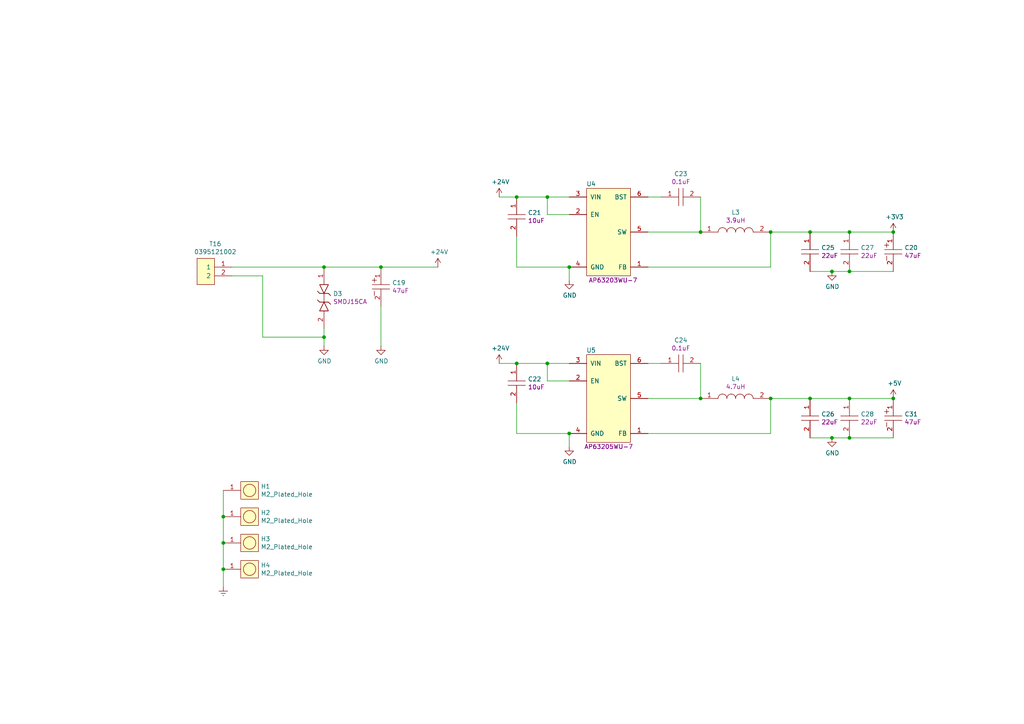
<source format=kicad_sch>
(kicad_sch (version 20230121) (generator eeschema)
  (paper "A4")
  (lib_symbols
    (symbol "AVR-KiCAD-Lib-Capacitors:C0805C104M5RACTU" (pin_names (offset 1.016))
      (property "Reference" "C" (at -2.54 2.54 0))
      (property "_Value_" "0.1uF" (at 58.42 63.5 0))
      (symbol "C0805C104M5RACTU_1_1"
        (polyline (pts (xy 0 2.54) (xy 0 -2.54)))
        (polyline (pts (xy 1.27 2.54) (xy 1.27 -2.54)))
        (pin input line (at -5.08 0 0) (length 5.08) (name "~") (number "1"))
        (pin input line (at 6.35 0 180) (length 5.08) (name "~") (number "2"))
      )
    )
    (symbol "AVR-KiCAD-Lib-Capacitors:C2012X7R2A104K125AA" (pin_names (offset 1.016))
      (property "Reference" "C" (at -2.54 2.54 0))
      (property "_Value_" "0.1uF" (at 58.42 63.5 0))
      (symbol "C2012X7R2A104K125AA_1_1"
        (polyline (pts (xy 0 2.54) (xy 0 -2.54)))
        (polyline (pts (xy 1.27 2.54) (xy 1.27 -2.54)))
        (pin input line (at -5.08 0 0) (length 5.08) (name "~") (number "1"))
        (pin input line (at 6.35 0 180) (length 5.08) (name "~") (number "2"))
      )
    )
    (symbol "AVR-KiCAD-Lib-Capacitors:GRM21BD70J226ME44L" (pin_names (offset 1.016))
      (property "Reference" "C" (at -2.54 2.54 0))
      (property "_Value_" "22uF" (at 58.42 63.5 0))
      (symbol "GRM21BD70J226ME44L_1_1"
        (polyline (pts (xy 0 2.54) (xy 0 -2.54)))
        (polyline (pts (xy 1.27 2.54) (xy 1.27 -2.54)))
        (pin input line (at -5.08 0 0) (length 5.08) (name "~") (number "1"))
        (pin input line (at 6.35 0 180) (length 5.08) (name "~") (number "2"))
      )
    )
    (symbol "AVR-KiCAD-Lib-Capacitors:GRT31CC81C226KE01L" (pin_names (offset 1.016))
      (property "Reference" "C" (at -2.54 2.54 0))
      (property "_Value_" "22uF" (at 58.42 63.5 0))
      (symbol "GRT31CC81C226KE01L_1_1"
        (polyline (pts (xy 0 2.54) (xy 0 -2.54)))
        (polyline (pts (xy 1.27 2.54) (xy 1.27 -2.54)))
        (pin input line (at -5.08 0 0) (length 5.08) (name "~") (number "1"))
        (pin input line (at 6.35 0 180) (length 5.08) (name "~") (number "2"))
      )
    )
    (symbol "AVR-KiCAD-Lib-Capacitors:GRT31CR61H106KE01L" (pin_names (offset 1.016))
      (property "Reference" "C" (at -2.54 2.54 0))
      (property "_Value_" "10uF" (at 58.42 63.5 0))
      (symbol "GRT31CR61H106KE01L_1_1"
        (polyline (pts (xy 0 2.54) (xy 0 -2.54)))
        (polyline (pts (xy 1.27 2.54) (xy 1.27 -2.54)))
        (pin input line (at -5.08 0 0) (length 5.08) (name "~") (number "1"))
        (pin input line (at 6.35 0 180) (length 5.08) (name "~") (number "2"))
      )
    )
    (symbol "AVR-KiCAD-Lib-Capacitors:UCM1C470MCL1GS" (pin_names (offset 1.016))
      (property "Reference" "C" (at -2.54 2.54 0))
      (property "_Value_" "47uF" (at 58.42 63.5 0))
      (symbol "UCM1C470MCL1GS_0_1"
        (polyline (pts (xy -1.27 -1.27) (xy -1.27 -2.54)))
        (polyline (pts (xy -0.635 -1.905) (xy -1.905 -1.905)))
        (polyline (pts (xy 1.905 -1.905) (xy 3.175 -1.905)))
      )
      (symbol "UCM1C470MCL1GS_1_1"
        (polyline (pts (xy 0 2.54) (xy 0 -2.54)))
        (polyline (pts (xy 1.27 2.54) (xy 1.27 -2.54)))
        (pin input line (at -5.08 0 0) (length 5.08) (name "~") (number "1"))
        (pin input line (at 6.35 0 180) (length 5.08) (name "~") (number "2"))
      )
    )
    (symbol "AVR-KiCAD-Lib-Capacitors:UUQ1H470MCL1GS" (pin_names (offset 1.016))
      (property "Reference" "C" (at -2.54 2.54 0))
      (property "_Value_" "47uF" (at 58.42 63.5 0))
      (symbol "UUQ1H470MCL1GS_0_1"
        (polyline (pts (xy -1.27 -1.27) (xy -1.27 -2.54)))
        (polyline (pts (xy -0.635 -1.905) (xy -1.905 -1.905)))
        (polyline (pts (xy 1.905 -1.905) (xy 3.175 -1.905)))
      )
      (symbol "UUQ1H470MCL1GS_1_1"
        (polyline (pts (xy 0 2.54) (xy 0 -2.54)))
        (polyline (pts (xy 1.27 2.54) (xy 1.27 -2.54)))
        (pin input line (at -5.08 0 0) (length 5.08) (name "~") (number "1"))
        (pin input line (at 6.35 0 180) (length 5.08) (name "~") (number "2"))
      )
    )
    (symbol "AVR-KiCAD-Lib-Connectors:0395121002" (pin_names (offset 1.016))
      (property "Reference" "T" (at -2.54 2.54 0))
      (property "Value" "0395121002" (at 1.27 5.08 0))
      (symbol "0395121002_0_1"
        (rectangle (start 0 2.54) (end 5.08 -5.08) (fill (type background)))
      )
      (symbol "0395121002_1_1"
        (pin passive line (at -5.08 0 0) (length 5.08) (name "1") (number "1"))
        (pin passive line (at -5.08 -2.54 0) (length 5.08) (name "2") (number "2"))
      )
    )
    (symbol "AVR-KiCAD-Lib-Diodes:SMDJ15CA" (pin_names (offset 1.016))
      (property "Reference" "D" (at -2.54 2.54 0))
      (property "_Value_" "SMDJ15CA" (at 58.42 63.5 0))
      (symbol "SMDJ15CA_0_1"
        (polyline (pts (xy -1.27 -1.27) (xy -1.905 -1.905)))
        (polyline (pts (xy -1.27 -1.27) (xy -1.905 -1.905)))
        (polyline (pts (xy -1.27 1.27) (xy -1.27 -1.27)))
        (polyline (pts (xy -1.27 1.27) (xy -1.27 -1.27)))
        (polyline (pts (xy -1.27 1.27) (xy -0.635 1.905)))
        (polyline (pts (xy -1.27 1.27) (xy -0.635 1.905)))
        (polyline (pts (xy 1.27 -1.27) (xy 0.635 -1.905)))
        (polyline (pts (xy 1.27 -1.27) (xy 0.635 -1.905)))
        (polyline (pts (xy 1.27 -1.27) (xy 1.27 1.27)))
        (polyline (pts (xy 1.27 -1.27) (xy 1.27 1.27)))
        (polyline (pts (xy 1.27 0) (xy -1.27 0)))
        (polyline (pts (xy 1.27 1.27) (xy 1.905 1.905)))
        (polyline (pts (xy 1.27 1.27) (xy 1.905 1.905)))
        (polyline (pts (xy -3.81 1.27) (xy -3.81 -1.27) (xy -1.27 0) (xy -3.81 1.27)))
        (polyline (pts (xy -3.81 1.27) (xy -3.81 -1.27) (xy -1.27 0) (xy -3.81 1.27)))
        (polyline (pts (xy 3.81 -1.27) (xy 3.81 1.27) (xy 1.27 0) (xy 3.81 -1.27)))
        (polyline (pts (xy 3.81 -1.27) (xy 3.81 1.27) (xy 1.27 0) (xy 3.81 -1.27)))
      )
      (symbol "SMDJ15CA_1_1"
        (pin passive line (at -8.89 0 0) (length 5.08) (name "~") (number "1"))
        (pin passive line (at 8.89 0 180) (length 5.08) (name "~") (number "2"))
      )
    )
    (symbol "AVR-KiCAD-Lib-Holes_Fasteners:M2_Plated_Hole" (pin_names (offset 1.016))
      (property "Reference" "H" (at -2.54 2.54 0))
      (property "Value" "M2_Plated_Hole" (at 1.27 5.08 0))
      (symbol "M2_Plated_Hole_0_0"
        (rectangle (start 0 2.54) (end 5.08 -2.54) (fill (type background)))
        (circle (center 2.54 0) (radius 1.8034))
      )
      (symbol "M2_Plated_Hole_1_1"
        (pin passive line (at -5.08 0 0) (length 5.08) (name "~") (number "1"))
      )
    )
    (symbol "AVR-KiCAD-Lib-ICs:AP63203WU-7" (pin_names (offset 1.016))
      (property "Reference" "U" (at 0 1.27 0))
      (property "_Value_" "AP63203WU-7" (at 6.35 -26.67 0))
      (symbol "AP63203WU-7_0_1"
        (rectangle (start 0 0) (end 12.7 -25.4) (fill (type background)))
      )
      (symbol "AP63203WU-7_1_1"
        (pin input line (at 17.78 -22.86 180) (length 5.08) (name "FB") (number "1"))
        (pin input line (at -5.08 -7.62 0) (length 5.08) (name "EN") (number "2"))
        (pin power_in line (at -5.08 -2.54 0) (length 5.08) (name "VIN") (number "3"))
        (pin passive line (at -5.08 -22.86 0) (length 5.08) (name "GND") (number "4"))
        (pin output line (at 17.78 -12.7 180) (length 5.08) (name "SW") (number "5"))
        (pin output line (at 17.78 -2.54 180) (length 5.08) (name "BST") (number "6"))
      )
    )
    (symbol "AVR-KiCAD-Lib-ICs:AP63205WU-7" (pin_names (offset 1.016))
      (property "Reference" "U" (at 0 1.27 0))
      (property "_Value_" "AP63205WU-7" (at 6.35 -26.67 0))
      (symbol "AP63205WU-7_0_1"
        (rectangle (start 0 0) (end 12.7 -25.4) (fill (type background)))
      )
      (symbol "AP63205WU-7_1_1"
        (pin input line (at 17.78 -22.86 180) (length 5.08) (name "FB") (number "1"))
        (pin input line (at -5.08 -7.62 0) (length 5.08) (name "EN") (number "2"))
        (pin power_in line (at -5.08 -2.54 0) (length 5.08) (name "VIN") (number "3"))
        (pin passive line (at -5.08 -22.86 0) (length 5.08) (name "GND") (number "4"))
        (pin output line (at 17.78 -12.7 180) (length 5.08) (name "SW") (number "5"))
        (pin output line (at 17.78 -2.54 180) (length 5.08) (name "BST") (number "6"))
      )
    )
    (symbol "AVR-KiCAD-Lib-Inductors:ASPI-0628-3R9M-T1" (pin_names (offset 1.016))
      (property "Reference" "L" (at -2.54 2.54 0))
      (property "_Value_" "3.9uH" (at 58.42 63.5 0))
      (symbol "ASPI-0628-3R9M-T1_1_1"
        (arc (start -3.81 1.27) (mid -4.7246 0.9071) (end -5.08 0))
        (arc (start -2.54 0) (mid -2.9029 0.9146) (end -3.81 1.27))
        (arc (start -1.27 1.27) (mid -2.1846 0.9071) (end -2.54 0))
        (arc (start 0 0) (mid -0.3629 0.9146) (end -1.27 1.27))
        (arc (start 1.27 1.27) (mid 0.3554 0.9071) (end 0 0))
        (arc (start 2.54 0) (mid 2.1771 0.9146) (end 1.27 1.27))
        (arc (start 3.81 1.27) (mid 2.8954 0.9071) (end 2.54 0))
        (arc (start 5.08 0) (mid 4.7171 0.9146) (end 3.81 1.27))
        (pin input line (at -10.16 0 0) (length 5.08) (name "~") (number "1"))
        (pin input line (at 10.16 0 180) (length 5.08) (name "~") (number "2"))
      )
    )
    (symbol "AVR-KiCAD-Lib-Inductors:SRP6540-4R7M" (pin_names (offset 1.016))
      (property "Reference" "L" (at -2.54 2.54 0))
      (property "_Value_" "4.7uH" (at 58.42 63.5 0))
      (symbol "SRP6540-4R7M_1_1"
        (arc (start -3.81 1.27) (mid -4.7246 0.9071) (end -5.08 0))
        (arc (start -2.54 0) (mid -2.9029 0.9146) (end -3.81 1.27))
        (arc (start -1.27 1.27) (mid -2.1846 0.9071) (end -2.54 0))
        (arc (start 0 0) (mid -0.3629 0.9146) (end -1.27 1.27))
        (arc (start 1.27 1.27) (mid 0.3554 0.9071) (end 0 0))
        (arc (start 2.54 0) (mid 2.1771 0.9146) (end 1.27 1.27))
        (arc (start 3.81 1.27) (mid 2.8954 0.9071) (end 2.54 0))
        (arc (start 5.08 0) (mid 4.7171 0.9146) (end 3.81 1.27))
        (pin input line (at -10.16 0 0) (length 5.08) (name "~") (number "1"))
        (pin input line (at 10.16 0 180) (length 5.08) (name "~") (number "2"))
      )
    )
    (symbol "power:+24V" (power) (pin_names (offset 0))
      (property "Value" "+24V" (at 0 3.556 0))
      (symbol "+24V_0_1"
        (polyline (pts (xy -0.762 1.27) (xy 0 2.54)))
        (polyline (pts (xy 0 0) (xy 0 2.54)))
        (polyline (pts (xy 0 2.54) (xy 0.762 1.27)))
      )
      (symbol "+24V_1_1"
        (pin power_in line (at 0 0 90) (length 0) hide (name "+24V") (number "1"))
      )
    )
    (symbol "power:+3V3" (power) (pin_names (offset 0))
      (property "Value" "+3V3" (at 0 3.556 0))
      (symbol "+3V3_0_1"
        (polyline (pts (xy -0.762 1.27) (xy 0 2.54)))
        (polyline (pts (xy 0 0) (xy 0 2.54)))
        (polyline (pts (xy 0 2.54) (xy 0.762 1.27)))
      )
      (symbol "+3V3_1_1"
        (pin power_in line (at 0 0 90) (length 0) hide (name "+3V3") (number "1"))
      )
    )
    (symbol "power:+5V" (power) (pin_names (offset 0))
      (property "Value" "+5V" (at 0 3.556 0))
      (symbol "+5V_0_1"
        (polyline (pts (xy -0.762 1.27) (xy 0 2.54)))
        (polyline (pts (xy 0 0) (xy 0 2.54)))
        (polyline (pts (xy 0 2.54) (xy 0.762 1.27)))
      )
      (symbol "+5V_1_1"
        (pin power_in line (at 0 0 90) (length 0) hide (name "+5V") (number "1"))
      )
    )
    (symbol "power:Earth" (power) (pin_names (offset 0))
      (symbol "Earth_0_1"
        (polyline (pts (xy -0.635 -1.905) (xy 0.635 -1.905)))
        (polyline (pts (xy -0.127 -2.54) (xy 0.127 -2.54)))
        (polyline (pts (xy 0 -1.27) (xy 0 0)))
        (polyline (pts (xy 1.27 -1.27) (xy -1.27 -1.27)))
      )
      (symbol "Earth_1_1"
        (pin power_in line (at 0 0 270) (length 0) hide (name "Earth") (number "1"))
      )
    )
    (symbol "power:GND" (power) (pin_names (offset 0))
      (property "Value" "GND" (at 0 -3.81 0))
      (symbol "GND_0_1"
        (polyline (pts (xy 0 0) (xy 0 -1.27) (xy 1.27 -1.27) (xy 0 -2.54) (xy -1.27 -1.27) (xy 0 -1.27)))
      )
      (symbol "GND_1_1"
        (pin power_in line (at 0 0 270) (length 0) hide (name "GND") (number "1"))
      )
    )
  )
  (junction (at 165.1 77.47))
  (junction (at 246.38 127))
  (junction (at 203.2 67.31))
  (junction (at 203.2 115.57))
  (junction (at 165.1 125.73))
  (junction (at 223.52 67.31))
  (junction (at 110.49 77.47))
  (junction (at 223.52 115.57))
  (junction (at 234.95 115.57))
  (junction (at 241.3 127))
  (junction (at 64.77 157.48))
  (junction (at 241.3 78.74))
  (junction (at 158.75 105.41))
  (junction (at 234.95 67.31))
  (junction (at 246.38 67.31))
  (junction (at 149.86 57.15))
  (junction (at 64.77 149.86))
  (junction (at 259.08 67.31))
  (junction (at 158.75 57.15))
  (junction (at 93.98 97.79))
  (junction (at 246.38 115.57))
  (junction (at 259.08 115.57))
  (junction (at 64.77 165.1))
  (junction (at 246.38 78.74))
  (junction (at 149.86 105.41))
  (junction (at 93.98 77.47))
  (wire (pts (xy 203.2 67.31) (xy 187.96 67.31)))
  (wire (pts (xy 158.75 57.15) (xy 165.1 57.15)))
  (wire (pts (xy 246.38 115.57) (xy 259.08 115.57)))
  (wire (pts (xy 93.98 100.33) (xy 93.98 97.79)))
  (wire (pts (xy 110.49 77.47) (xy 127 77.47)))
  (wire (pts (xy 223.52 67.31) (xy 234.95 67.31)))
  (wire (pts (xy 93.98 77.47) (xy 110.49 77.47)))
  (wire (pts (xy 234.95 67.31) (xy 246.38 67.31)))
  (wire (pts (xy 64.77 157.48) (xy 64.77 165.1)))
  (wire (pts (xy 64.77 142.24) (xy 64.77 149.86)))
  (wire (pts (xy 234.95 115.57) (xy 246.38 115.57)))
  (wire (pts (xy 149.86 125.73) (xy 165.1 125.73)))
  (wire (pts (xy 76.2 97.79) (xy 93.98 97.79)))
  (wire (pts (xy 246.38 127) (xy 259.08 127)))
  (wire (pts (xy 64.77 165.1) (xy 64.77 170.18)))
  (wire (pts (xy 144.78 57.15) (xy 149.86 57.15)))
  (wire (pts (xy 149.86 57.15) (xy 158.75 57.15)))
  (wire (pts (xy 144.78 105.41) (xy 149.86 105.41)))
  (wire (pts (xy 165.1 110.49) (xy 158.75 110.49)))
  (wire (pts (xy 246.38 78.74) (xy 241.3 78.74)))
  (wire (pts (xy 187.96 105.41) (xy 191.77 105.41)))
  (wire (pts (xy 165.1 62.23) (xy 158.75 62.23)))
  (wire (pts (xy 149.86 116.84) (xy 149.86 125.73)))
  (wire (pts (xy 158.75 62.23) (xy 158.75 57.15)))
  (wire (pts (xy 241.3 127) (xy 234.95 127)))
  (wire (pts (xy 246.38 78.74) (xy 259.08 78.74)))
  (wire (pts (xy 149.86 77.47) (xy 165.1 77.47)))
  (wire (pts (xy 67.31 80.01) (xy 76.2 80.01)))
  (wire (pts (xy 203.2 57.15) (xy 203.2 67.31)))
  (wire (pts (xy 93.98 97.79) (xy 93.98 95.25)))
  (wire (pts (xy 241.3 78.74) (xy 234.95 78.74)))
  (wire (pts (xy 67.31 77.47) (xy 93.98 77.47)))
  (wire (pts (xy 149.86 105.41) (xy 158.75 105.41)))
  (wire (pts (xy 110.49 100.33) (xy 110.49 88.9)))
  (wire (pts (xy 76.2 80.01) (xy 76.2 97.79)))
  (wire (pts (xy 158.75 110.49) (xy 158.75 105.41)))
  (wire (pts (xy 149.86 68.58) (xy 149.86 77.47)))
  (wire (pts (xy 191.77 57.15) (xy 187.96 57.15)))
  (wire (pts (xy 187.96 77.47) (xy 223.52 77.47)))
  (wire (pts (xy 246.38 127) (xy 241.3 127)))
  (wire (pts (xy 223.52 77.47) (xy 223.52 67.31)))
  (wire (pts (xy 223.52 115.57) (xy 234.95 115.57)))
  (wire (pts (xy 203.2 105.41) (xy 203.2 115.57)))
  (wire (pts (xy 165.1 129.54) (xy 165.1 125.73)))
  (wire (pts (xy 158.75 105.41) (xy 165.1 105.41)))
  (wire (pts (xy 203.2 115.57) (xy 187.96 115.57)))
  (wire (pts (xy 223.52 125.73) (xy 223.52 115.57)))
  (wire (pts (xy 187.96 125.73) (xy 223.52 125.73)))
  (wire (pts (xy 246.38 67.31) (xy 259.08 67.31)))
  (wire (pts (xy 165.1 81.28) (xy 165.1 77.47)))
  (wire (pts (xy 64.77 149.86) (xy 64.77 157.48)))
  (symbol (lib_id "AVR-KiCAD-Lib-Diodes:SMDJ15CA") (at 93.98 86.36 270) (unit 1)
    (property "Reference" "D3" (at 96.5962 85.1916 90) (effects (justify left)))
    (property "Value" "SMDJ15CA" (effects hide))
    (property "Footprint" "AVR-KiCAD-Lib-Diodes:SMDJ15CA" (effects hide))
    (property "Datasheet" "https://www.littelfuse.com/~/media/electronics/datasheets/tvs_diodes/littelfuse_tvs_diode_smdj_datasheet.pdf.pdf" (effects hide))
    (property "Cost QTY: 1" "0.97000" (effects hide))
    (property "Cost QTY: 1000" "0.42439" (effects hide))
    (property "Cost QTY: 2500" "*" (effects hide))
    (property "Cost QTY: 5000" "*" (effects hide))
    (property "Cost QTY: 10000" "*" (effects hide))
    (property "MFR" "Littelfuse Inc." (effects hide))
    (property "MFR#" "SMDJ15CA" (effects hide))
    (property "Vendor" "Digikey" (effects hide))
    (property "Vendor #" "SMDJ15CACT-ND" (effects hide))
    (property "Designer" "AVR" (effects hide))
    (property "Height" "2.62mm" (effects hide))
    (property "Date Created" "4/24/2020" (effects hide))
    (property "Date Modified" "4/24/2020" (effects hide))
    (property "Lead-Free ?" "Yes" (effects hide))
    (property "RoHS Levels" "1" (effects hide))
    (property "Mounting" "SMT" (effects hide))
    (property "Pin Count #" "2" (effects hide))
    (property "Status" "Active" (effects hide))
    (property "Tolerance" "*" (effects hide))
    (property "Type" "TVS Diode Zener" (effects hide))
    (property "Voltage" "24V Clamp" (effects hide))
    (property "Package" "SMDJ" (effects hide))
    (property "Description" "24.4V Clamp 123A Ipp Tvs Diode Surface Mount DO-214AB (SMCJ)" (effects hide))
    (property "_Value_" "SMDJ15CA" (at 96.5962 87.503 90) (effects (justify left)))
    (property "Management_ID" "*" (effects hide))
  )
  (symbol (lib_id "power:GND") (at 93.98 100.33 0) (unit 1)
    (property "Reference" "#PWR029" (effects hide))
    (property "Value" "GND" (at 94.107 104.7242 0))
  )
  (symbol (lib_id "power:+24V") (at 127 77.47 0) (unit 1)
    (property "Reference" "#PWR031" (effects hide))
    (property "Value" "+24V" (at 127.381 73.0758 0))
  )
  (symbol (lib_id "AVR-KiCAD-Lib-Capacitors:C0805C104M5RACTU") (at 196.85 57.15 0) (unit 1)
    (property "Reference" "C23" (at 197.485 50.419 0))
    (property "Value" "C0805C104M5RACTU" (effects hide))
    (property "Footprint" "AVR-KiCAD-Lib-Capacitors:C0805" (effects hide))
    (property "Datasheet" "https://content.kemet.com/datasheets/KEM_C1002_X7R_SMD.pdf" (effects hide))
    (property "Cost QTY: 1" "0.10000" (effects hide))
    (property "Cost QTY: 1000" "0.01845" (effects hide))
    (property "Cost QTY: 2500" "*" (effects hide))
    (property "Cost QTY: 5000" "0.01341" (effects hide))
    (property "Cost QTY: 10000" "0.01224" (effects hide))
    (property "MFR" "KEMET" (effects hide))
    (property "MFR#" "C0805C104M5RACTU" (effects hide))
    (property "Vendor" "Digikey" (effects hide))
    (property "Vendor #" "399-1169-1-ND" (effects hide))
    (property "Designer" "AVR" (effects hide))
    (property "Height" "0.88mm" (effects hide))
    (property "Date Created" "4/7/2020" (effects hide))
    (property "Date Modified" "4/7/2020" (effects hide))
    (property "Lead-Free ?" "Yes" (effects hide))
    (property "RoHS Levels" "1" (effects hide))
    (property "Mounting" "SMT" (effects hide))
    (property "Pin Count #" "2" (effects hide))
    (property "Status" "Active" (effects hide))
    (property "Tolerance" "20%" (effects hide))
    (property "Type" "Ceramic Cap" (effects hide))
    (property "Voltage" "50V" (effects hide))
    (property "Package" "0805" (effects hide))
    (property "Description" "0.1µF ±20% 50V Ceramic Capacitor X7R 0805 (2012 Metric)" (effects hide))
    (property "_Value_" "0.1uF" (at 197.485 52.7304 0))
    (property "Management_ID" "*" (effects hide))
  )
  (symbol (lib_id "AVR-KiCAD-Lib-Capacitors:GRM21BD70J226ME44L") (at 234.95 72.39 270) (unit 1)
    (property "Reference" "C25" (at 238.2012 71.8566 90) (effects (justify left)))
    (property "Value" "GRM21BD70J226ME44L" (effects hide))
    (property "Footprint" "growbox-KiCAD-Capacitors:C0805" (effects hide))
    (property "Datasheet" "https://search.murata.co.jp/Ceramy/image/img/A01X/G101/ENG/GRM21BD70J226ME44-01.pdf" (effects hide))
    (property "Cost QTY: 1" "0.50000" (effects hide))
    (property "Cost QTY: 1000" "0.14752" (effects hide))
    (property "Cost QTY: 2500" "*" (effects hide))
    (property "Cost QTY: 5000" "*" (effects hide))
    (property "Cost QTY: 10000" "*" (effects hide))
    (property "MFR" "Murata Electronics" (effects hide))
    (property "MFR#" "GRM21BD70J226ME44L" (effects hide))
    (property "Vendor" "Digikey" (effects hide))
    (property "Vendor #" "490-14659-1-ND" (effects hide))
    (property "Designer" "AVR" (effects hide))
    (property "Height" "1.45mm" (effects hide))
    (property "Date Created" "4/7/2020" (effects hide))
    (property "Date Modified" "4/7/2020" (effects hide))
    (property "Lead-Free ?" "Yes" (effects hide))
    (property "RoHS Levels" "1" (effects hide))
    (property "Mounting" "SMT" (effects hide))
    (property "Pin Count #" "2" (effects hide))
    (property "Status" "Active" (effects hide))
    (property "Tolerance" "20%" (effects hide))
    (property "Type" "Ceramic Cap" (effects hide))
    (property "Voltage" "6.3v" (effects hide))
    (property "Package" "0805" (effects hide))
    (property "Description" "22µF ±20% 6.3V Ceramic Capacitor X7T 0805 (2012 Metric)" (effects hide))
    (property "_Value_" "22uF" (at 238.2012 74.168 90) (effects (justify left)))
    (property "Management_ID" "*" (effects hide))
  )
  (symbol (lib_id "AVR-KiCAD-Lib-Capacitors:GRM21BD70J226ME44L") (at 246.38 72.39 270) (unit 1)
    (property "Reference" "C27" (at 249.6312 71.8566 90) (effects (justify left)))
    (property "Value" "GRM21BD70J226ME44L" (effects hide))
    (property "Footprint" "growbox-KiCAD-Capacitors:C0805" (effects hide))
    (property "Datasheet" "https://search.murata.co.jp/Ceramy/image/img/A01X/G101/ENG/GRM21BD70J226ME44-01.pdf" (effects hide))
    (property "Cost QTY: 1" "0.50000" (effects hide))
    (property "Cost QTY: 1000" "0.14752" (effects hide))
    (property "Cost QTY: 2500" "*" (effects hide))
    (property "Cost QTY: 5000" "*" (effects hide))
    (property "Cost QTY: 10000" "*" (effects hide))
    (property "MFR" "Murata Electronics" (effects hide))
    (property "MFR#" "GRM21BD70J226ME44L" (effects hide))
    (property "Vendor" "Digikey" (effects hide))
    (property "Vendor #" "490-14659-1-ND" (effects hide))
    (property "Designer" "AVR" (effects hide))
    (property "Height" "1.45mm" (effects hide))
    (property "Date Created" "4/7/2020" (effects hide))
    (property "Date Modified" "4/7/2020" (effects hide))
    (property "Lead-Free ?" "Yes" (effects hide))
    (property "RoHS Levels" "1" (effects hide))
    (property "Mounting" "SMT" (effects hide))
    (property "Pin Count #" "2" (effects hide))
    (property "Status" "Active" (effects hide))
    (property "Tolerance" "20%" (effects hide))
    (property "Type" "Ceramic Cap" (effects hide))
    (property "Voltage" "6.3v" (effects hide))
    (property "Package" "0805" (effects hide))
    (property "Description" "22µF ±20% 6.3V Ceramic Capacitor X7T 0805 (2012 Metric)" (effects hide))
    (property "_Value_" "22uF" (at 249.6312 74.168 90) (effects (justify left)))
    (property "Management_ID" "*" (effects hide))
  )
  (symbol (lib_id "AVR-KiCAD-Lib-ICs:AP63205WU-7") (at 170.18 102.87 0) (unit 1)
    (property "Reference" "U5" (at 171.45 101.6 0))
    (property "Value" "AP63205WU-7" (effects hide))
    (property "Footprint" "AVR-KiCAD-Lib-ICs:SOT-23-6_Handsoldering" (effects hide))
    (property "Datasheet" "https://www.diodes.com/assets/Datasheets/AP63200-AP63201-AP63203-AP63205.pdf" (effects hide))
    (property "Cost QTY: 1" "0.83000" (effects hide))
    (property "Cost QTY: 1000" "0.35350" (effects hide))
    (property "Cost QTY: 2500" "*" (effects hide))
    (property "Cost QTY: 5000" "*" (effects hide))
    (property "Cost QTY: 10000" "*" (effects hide))
    (property "MFR" "Diodes Incorporated" (effects hide))
    (property "MFR#" "AP63205WU-7" (effects hide))
    (property "Vendor" "Digikey" (effects hide))
    (property "Vendor #" "AP63205WU-7DICT-ND" (effects hide))
    (property "Designer" "AVR" (effects hide))
    (property "Height" "0.9mm" (effects hide))
    (property "Date Created" "6/18/2020" (effects hide))
    (property "Date Modified" "6/18/2020" (effects hide))
    (property "Lead-Free ?" "Yes" (effects hide))
    (property "RoHS Levels" "1" (effects hide))
    (property "Mounting" "SMT" (effects hide))
    (property "Pin Count #" "6" (effects hide))
    (property "Status" "Active" (effects hide))
    (property "Tolerance" "*" (effects hide))
    (property "Type" "IC" (effects hide))
    (property "Voltage" "32V, 5V" (effects hide))
    (property "Package" "SOT23-6" (effects hide))
    (property "Description" "Buck Switching Regulator IC Positive Fixed 5V 1 Output 2A SOT-23-6 Thin, TSOT-23-6" (effects hide))
    (property "_Value_" "AP63205WU-7" (at 176.53 129.54 0))
    (property "Management_ID" "*" (effects hide))
  )
  (symbol (lib_id "AVR-KiCAD-Lib-Inductors:SRP6540-4R7M") (at 213.36 115.57 0) (unit 1)
    (property "Reference" "L4" (at 213.36 109.855 0))
    (property "Value" "SRP6540-4R7M" (effects hide))
    (property "Footprint" "AVR-KiCAD-Lib-Inductors:SRP6540-4R7M" (effects hide))
    (property "Datasheet" "https://www.bourns.com/docs/Product-Datasheets/SRP6540.pdf" (effects hide))
    (property "Cost QTY: 1" "1.49000" (effects hide))
    (property "Cost QTY: 1000" "*" (effects hide))
    (property "Cost QTY: 2500" "*" (effects hide))
    (property "Cost QTY: 5000" "*" (effects hide))
    (property "Cost QTY: 10000" "*" (effects hide))
    (property "MFR" "Bourns Inc." (effects hide))
    (property "MFR#" "SRP6540-4R7M" (effects hide))
    (property "Vendor" "Digikey" (effects hide))
    (property "Vendor #" "SRP6540-4R7MCT-ND" (effects hide))
    (property "Designer" "AVR" (effects hide))
    (property "Height" "4mm" (effects hide))
    (property "Date Created" "6/18/2020" (effects hide))
    (property "Date Modified" "6/18/2020" (effects hide))
    (property "Lead-Free ?" "Yes" (effects hide))
    (property "RoHS Levels" "1" (effects hide))
    (property "Mounting" "SMT" (effects hide))
    (property "Pin Count #" "2" (effects hide))
    (property "Status" "Active" (effects hide))
    (property "Tolerance" "20%" (effects hide))
    (property "Type" "Inductor" (effects hide))
    (property "Voltage" "*" (effects hide))
    (property "Package" "Proprietary" (effects hide))
    (property "_Value_" "4.7uH" (at 213.36 112.1664 0))
    (property "Description" "FIXED IND 4.7UH 6A 33.5 MOHM SMD" (effects hide))
    (property "Management_ID" "*" (effects hide))
  )
  (symbol (lib_id "power:+24V") (at 144.78 105.41 0) (unit 1)
    (property "Reference" "#PWR033" (effects hide))
    (property "Value" "+24V" (at 145.161 101.0158 0))
  )
  (symbol (lib_id "power:+3V3") (at 259.08 67.31 0) (unit 1)
    (property "Reference" "#PWR038" (effects hide))
    (property "Value" "+3V3" (at 259.461 62.9158 0))
  )
  (symbol (lib_id "power:GND") (at 241.3 127 0) (unit 1)
    (property "Reference" "#PWR037" (effects hide))
    (property "Value" "GND" (at 241.427 131.3942 0))
  )
  (symbol (lib_id "AVR-KiCAD-Lib-Capacitors:GRT31CR61H106KE01L") (at 149.86 110.49 270) (unit 1)
    (property "Reference" "C22" (at 153.1112 109.9566 90) (effects (justify left)))
    (property "Value" "GRT31CR61H106KE01L" (effects hide))
    (property "Footprint" "AVR-KiCAD-Lib-Capacitors:C1206" (effects hide))
    (property "Datasheet" "https://search.murata.co.jp/Ceramy/image/img/A01X/G101/ENG/GRT31CR61H106KE01-01.pdf" (effects hide))
    (property "Cost QTY: 1" "0.76000" (effects hide))
    (property "Cost QTY: 1000" "0.22271" (effects hide))
    (property "Cost QTY: 2500" "0.18228" (effects hide))
    (property "Cost QTY: 5000" "*" (effects hide))
    (property "Cost QTY: 10000" "0.15950" (effects hide))
    (property "MFR" "Murata Electronics" (effects hide))
    (property "MFR#" "GRT31CR61H106KE01L" (effects hide))
    (property "Vendor" "Digikey" (effects hide))
    (property "Vendor #" "490-12456-1-ND" (effects hide))
    (property "Designer" "AVR" (effects hide))
    (property "Height" "1.8mm" (effects hide))
    (property "Date Created" "6/18/2020" (effects hide))
    (property "Date Modified" "6/18/2020" (effects hide))
    (property "Lead-Free ?" "Yes" (effects hide))
    (property "RoHS Levels" "1" (effects hide))
    (property "Mounting" "SMT" (effects hide))
    (property "Pin Count #" "2" (effects hide))
    (property "Status" "Active" (effects hide))
    (property "Tolerance" "10%" (effects hide))
    (property "Type" "Capacitor" (effects hide))
    (property "Voltage" "50V" (effects hide))
    (property "Package" "1206" (effects hide))
    (property "Description" "10µF ±10% 50V Ceramic Capacitor X5R 1206 (3216 Metric)" (effects hide))
    (property "_Value_" "10uF" (at 153.1112 112.268 90) (effects (justify left)))
    (property "Management_ID" "*" (effects hide))
  )
  (symbol (lib_id "AVR-KiCAD-Lib-Capacitors:GRT31CC81C226KE01L") (at 234.95 120.65 270) (unit 1)
    (property "Reference" "C26" (at 238.2012 120.1166 90) (effects (justify left)))
    (property "Value" "GRT31CC81C226KE01L" (effects hide))
    (property "Footprint" "AVR-KiCAD-Lib-Capacitors:C1206" (effects hide))
    (property "Datasheet" "https://search.murata.co.jp/Ceramy/image/img/A01X/G101/ENG/GRT31CC81C226KE01-01.pdf" (effects hide))
    (property "Cost QTY: 1" "0.61000" (effects hide))
    (property "Cost QTY: 1000" "0.17973" (effects hide))
    (property "Cost QTY: 2500" "*" (effects hide))
    (property "Cost QTY: 5000" "*" (effects hide))
    (property "Cost QTY: 10000" "0.12871" (effects hide))
    (property "MFR" "Murata Electronics" (effects hide))
    (property "MFR#" "GRT31CC81C226KE01L" (effects hide))
    (property "Vendor" "Digikey" (effects hide))
    (property "Vendor #" "490-12409-1-ND" (effects hide))
    (property "Designer" "AVR" (effects hide))
    (property "Height" "1.8mm" (effects hide))
    (property "Date Created" "6/18/2020" (effects hide))
    (property "Date Modified" "6/18/2020" (effects hide))
    (property "Lead-Free ?" "Yes" (effects hide))
    (property "RoHS Levels" "1" (effects hide))
    (property "Mounting" "SMT" (effects hide))
    (property "Pin Count #" "2" (effects hide))
    (property "Status" "Active" (effects hide))
    (property "Tolerance" "10%" (effects hide))
    (property "Type" "Capacitor" (effects hide))
    (property "Voltage" "16V" (effects hide))
    (property "Package" "1206" (effects hide))
    (property "Description" "22µF ±10% 16V Ceramic Capacitor X6S 1206 (3216 Metric)" (effects hide))
    (property "_Value_" "22uF" (at 238.2012 122.428 90) (effects (justify left)))
    (property "Management_ID" "*" (effects hide))
  )
  (symbol (lib_id "AVR-KiCAD-Lib-Capacitors:GRT31CC81C226KE01L") (at 246.38 120.65 270) (unit 1)
    (property "Reference" "C28" (at 249.6312 120.1166 90) (effects (justify left)))
    (property "Value" "GRT31CC81C226KE01L" (effects hide))
    (property "Footprint" "AVR-KiCAD-Lib-Capacitors:C1206" (effects hide))
    (property "Datasheet" "https://search.murata.co.jp/Ceramy/image/img/A01X/G101/ENG/GRT31CC81C226KE01-01.pdf" (effects hide))
    (property "Cost QTY: 1" "0.61000" (effects hide))
    (property "Cost QTY: 1000" "0.17973" (effects hide))
    (property "Cost QTY: 2500" "*" (effects hide))
    (property "Cost QTY: 5000" "*" (effects hide))
    (property "Cost QTY: 10000" "0.12871" (effects hide))
    (property "MFR" "Murata Electronics" (effects hide))
    (property "MFR#" "GRT31CC81C226KE01L" (effects hide))
    (property "Vendor" "Digikey" (effects hide))
    (property "Vendor #" "490-12409-1-ND" (effects hide))
    (property "Designer" "AVR" (effects hide))
    (property "Height" "1.8mm" (effects hide))
    (property "Date Created" "6/18/2020" (effects hide))
    (property "Date Modified" "6/18/2020" (effects hide))
    (property "Lead-Free ?" "Yes" (effects hide))
    (property "RoHS Levels" "1" (effects hide))
    (property "Mounting" "SMT" (effects hide))
    (property "Pin Count #" "2" (effects hide))
    (property "Status" "Active" (effects hide))
    (property "Tolerance" "10%" (effects hide))
    (property "Type" "Capacitor" (effects hide))
    (property "Voltage" "16V" (effects hide))
    (property "Package" "1206" (effects hide))
    (property "Description" "22µF ±10% 16V Ceramic Capacitor X6S 1206 (3216 Metric)" (effects hide))
    (property "_Value_" "22uF" (at 249.6312 122.428 90) (effects (justify left)))
    (property "Management_ID" "*" (effects hide))
  )
  (symbol (lib_id "AVR-KiCAD-Lib-ICs:AP63203WU-7") (at 170.18 54.61 0) (unit 1)
    (property "Reference" "U4" (at 171.45 53.34 0))
    (property "Value" "AP63203WU-7" (effects hide))
    (property "Footprint" "AVR-KiCAD-Lib-ICs:SOT-23-6_Handsoldering" (effects hide))
    (property "Datasheet" "https://www.diodes.com/assets/Datasheets/AP63200-AP63201-AP63203-AP63205.pdf" (effects hide))
    (property "Cost QTY: 1" "0.83000" (effects hide))
    (property "Cost QTY: 1000" "0.35350" (effects hide))
    (property "Cost QTY: 2500" "*" (effects hide))
    (property "Cost QTY: 5000" "*" (effects hide))
    (property "Cost QTY: 10000" "*" (effects hide))
    (property "MFR" "Diodes Incorporated" (effects hide))
    (property "MFR#" "AP63203WU-7" (effects hide))
    (property "Vendor" "Digikey" (effects hide))
    (property "Vendor #" "AP63203WU-7DICT-ND" (effects hide))
    (property "Designer" "AVR" (effects hide))
    (property "Height" "0.9mm" (effects hide))
    (property "Date Created" "6/18/2020" (effects hide))
    (property "Date Modified" "6/18/2020" (effects hide))
    (property "Lead-Free ?" "Yes" (effects hide))
    (property "RoHS Levels" "1" (effects hide))
    (property "Mounting" "SMT" (effects hide))
    (property "Pin Count #" "6" (effects hide))
    (property "Status" "Active" (effects hide))
    (property "Tolerance" "*" (effects hide))
    (property "Type" "IC" (effects hide))
    (property "Voltage" "32V, 3.3V" (effects hide))
    (property "Package" "SOT23-6" (effects hide))
    (property "Description" "Buck Switching Regulator IC Positive Fixed 3.3V 1 Output 2A SOT-23-6 Thin, TSOT-23-6" (effects hide))
    (property "_Value_" "AP63203WU-7" (at 177.8 81.28 0))
    (property "Management_ID" "*" (effects hide))
  )
  (symbol (lib_id "power:+24V") (at 144.78 57.15 0) (unit 1)
    (property "Reference" "#PWR032" (effects hide))
    (property "Value" "+24V" (at 145.161 52.7558 0))
  )
  (symbol (lib_id "power:GND") (at 165.1 81.28 0) (unit 1)
    (property "Reference" "#PWR034" (effects hide))
    (property "Value" "GND" (at 165.227 85.6742 0))
  )
  (symbol (lib_id "AVR-KiCAD-Lib-Capacitors:GRT31CR61H106KE01L") (at 149.86 62.23 270) (unit 1)
    (property "Reference" "C21" (at 153.1112 61.6966 90) (effects (justify left)))
    (property "Value" "GRT31CR61H106KE01L" (effects hide))
    (property "Footprint" "AVR-KiCAD-Lib-Capacitors:C1206" (effects hide))
    (property "Datasheet" "https://search.murata.co.jp/Ceramy/image/img/A01X/G101/ENG/GRT31CR61H106KE01-01.pdf" (effects hide))
    (property "Cost QTY: 1" "0.76000" (effects hide))
    (property "Cost QTY: 1000" "0.22271" (effects hide))
    (property "Cost QTY: 2500" "0.18228" (effects hide))
    (property "Cost QTY: 5000" "*" (effects hide))
    (property "Cost QTY: 10000" "0.15950" (effects hide))
    (property "MFR" "Murata Electronics" (effects hide))
    (property "MFR#" "GRT31CR61H106KE01L" (effects hide))
    (property "Vendor" "Digikey" (effects hide))
    (property "Vendor #" "490-12456-1-ND" (effects hide))
    (property "Designer" "AVR" (effects hide))
    (property "Height" "1.8mm" (effects hide))
    (property "Date Created" "6/18/2020" (effects hide))
    (property "Date Modified" "6/18/2020" (effects hide))
    (property "Lead-Free ?" "Yes" (effects hide))
    (property "RoHS Levels" "1" (effects hide))
    (property "Mounting" "SMT" (effects hide))
    (property "Pin Count #" "2" (effects hide))
    (property "Status" "Active" (effects hide))
    (property "Tolerance" "10%" (effects hide))
    (property "Type" "Capacitor" (effects hide))
    (property "Voltage" "50V" (effects hide))
    (property "Package" "1206" (effects hide))
    (property "Description" "10µF ±10% 50V Ceramic Capacitor X5R 1206 (3216 Metric)" (effects hide))
    (property "_Value_" "10uF" (at 153.1112 64.008 90) (effects (justify left)))
    (property "Management_ID" "*" (effects hide))
  )
  (symbol (lib_id "power:GND") (at 165.1 129.54 0) (unit 1)
    (property "Reference" "#PWR035" (effects hide))
    (property "Value" "GND" (at 165.227 133.9342 0))
  )
  (symbol (lib_id "AVR-KiCAD-Lib-Inductors:ASPI-0628-3R9M-T1") (at 213.36 67.31 0) (unit 1)
    (property "Reference" "L3" (at 213.36 61.595 0))
    (property "Value" "ASPI-0628-3R9M-T1" (effects hide))
    (property "Footprint" "AVR-KiCAD-Lib-Inductors:ASPI-0628-3R9M-T1" (effects hide))
    (property "Datasheet" "https://abracon.com/Magnetics/new/ASPI-0628.pdf" (effects hide))
    (property "Cost QTY: 1" "0.78000" (effects hide))
    (property "Cost QTY: 1000" "0.28900" (effects hide))
    (property "Cost QTY: 2500" "*" (effects hide))
    (property "Cost QTY: 5000" "0.26350" (effects hide))
    (property "Cost QTY: 10000" "0.25500" (effects hide))
    (property "MFR" "Abracon LLC" (effects hide))
    (property "MFR#" "ASPI-0628-3R9M-T1" (effects hide))
    (property "Vendor" "Digikey" (effects hide))
    (property "Vendor #" "535-12809-2-ND" (effects hide))
    (property "Designer" "AVR" (effects hide))
    (property "Height" "2.8mm" (effects hide))
    (property "Date Created" "6/18/2020" (effects hide))
    (property "Date Modified" "6/18/2020" (effects hide))
    (property "Lead-Free ?" "Yes" (effects hide))
    (property "RoHS Levels" "1" (effects hide))
    (property "Mounting" "SMT" (effects hide))
    (property "Pin Count #" "2" (effects hide))
    (property "Status" "Active" (effects hide))
    (property "Tolerance" "20%" (effects hide))
    (property "Type" "Inductor" (effects hide))
    (property "Voltage" "*" (effects hide))
    (property "Package" "Proprietary" (effects hide))
    (property "_Value_" "3.9uH" (at 213.36 63.9064 0))
    (property "Description" "3.9µH Shielded Wirewound Inductor 3A 31mOhm Nonstandard" (effects hide))
    (property "Management_ID" "*" (effects hide))
  )
  (symbol (lib_id "power:+5V") (at 259.08 115.57 0) (unit 1)
    (property "Reference" "#PWR039" (effects hide))
    (property "Value" "+5V" (at 259.461 111.1758 0))
  )
  (symbol (lib_id "power:GND") (at 241.3 78.74 0) (unit 1)
    (property "Reference" "#PWR036" (effects hide))
    (property "Value" "GND" (at 241.427 83.1342 0))
  )
  (symbol (lib_id "AVR-KiCAD-Lib-Capacitors:C2012X7R2A104K125AA") (at 196.85 105.41 0) (unit 1)
    (property "Reference" "C24" (at 197.485 98.679 0))
    (property "Value" "C2012X7R2A104K125AA" (effects hide))
    (property "Footprint" "AVR-KiCAD-Lib-Capacitors:C0805" (effects hide))
    (property "Datasheet" "https://product.tdk.com/info/en/catalog/datasheets/mlcc_commercial_midvoltage_en.pdf" (effects hide))
    (property "Cost QTY: 1" "0.21000" (effects hide))
    (property "Cost QTY: 1000" "0.04364" (effects hide))
    (property "Cost QTY: 2500" "*" (effects hide))
    (property "Cost QTY: 5000" "*" (effects hide))
    (property "Cost QTY: 10000" "0.02850" (effects hide))
    (property "MFR" "TDK Corporation" (effects hide))
    (property "MFR#" "C2012X7R2A104K125AA" (effects hide))
    (property "Vendor" "Digikey" (effects hide))
    (property "Vendor #" "445-1418-2-ND" (effects hide))
    (property "Designer" "AVR" (effects hide))
    (property "Height" "1.45mm" (effects hide))
    (property "Date Created" "6/17/2020" (effects hide))
    (property "Date Modified" "6/17/2020" (effects hide))
    (property "Lead-Free ?" "Yes" (effects hide))
    (property "RoHS Levels" "1" (effects hide))
    (property "Mounting" "SMT" (effects hide))
    (property "Pin Count #" "2" (effects hide))
    (property "Status" "Active" (effects hide))
    (property "Tolerance" "10%" (effects hide))
    (property "Type" "Capacitor" (effects hide))
    (property "Voltage" "100V" (effects hide))
    (property "Package" "0805" (effects hide))
    (property "Description" "0.1µF ±10% 100V Ceramic Capacitor X7R 0805 (2012 Metric)" (effects hide))
    (property "_Value_" "0.1uF" (at 197.485 100.9904 0))
    (property "Management_ID" "*" (effects hide))
  )
  (symbol (lib_id "AVR-KiCAD-Lib-Capacitors:UUQ1H470MCL1GS") (at 110.49 82.55 270) (unit 1)
    (property "Reference" "C19" (at 113.7412 82.0166 90) (effects (justify left)))
    (property "Value" "UUQ1H470MCL1GS" (effects hide))
    (property "Footprint" "AVR-KiCAD-Lib-Capacitors:CP_Elec_8x10" (effects hide))
    (property "Datasheet" "https://www.nichicon.co.jp/english/products/pdfs/e-uuq.pdf" (effects hide))
    (property "Cost QTY: 1" "1.06000" (effects hide))
    (property "Cost QTY: 1000" "*" (effects hide))
    (property "Cost QTY: 2500" "*" (effects hide))
    (property "Cost QTY: 5000" "*" (effects hide))
    (property "Cost QTY: 10000" "*" (effects hide))
    (property "MFR" "Nichicon" (effects hide))
    (property "MFR#" "UUQ1H470MCL1GS" (effects hide))
    (property "Vendor" "Digikey" (effects hide))
    (property "Vendor #" "493-3212-1-ND" (effects hide))
    (property "Designer" "AVR" (effects hide))
    (property "Height" "6.2mm" (effects hide))
    (property "Date Created" "12/16/2019" (effects hide))
    (property "Date Modified" "12/16/2019" (effects hide))
    (property "Lead-Free ?" "Yes" (effects hide))
    (property "RoHS Levels" "1" (effects hide))
    (property "Mounting" "SMT" (effects hide))
    (property "Pin Count #" "2" (effects hide))
    (property "Status" "Active" (effects hide))
    (property "Tolerance" "20%" (effects hide))
    (property "Type" "Alu  Cap Audio" (effects hide))
    (property "Voltage" "50V" (effects hide))
    (property "Package" "Radial SMD" (effects hide))
    (property "Description" "47µF 50V Aluminum Electrolytic Capacitors Radial, Can - SMD 1000 Hrs @ 105°C" (effects hide))
    (property "_Value_" "47uF" (at 113.7412 84.328 90) (effects (justify left)))
    (property "Management_ID" "*" (effects hide))
  )
  (symbol (lib_id "power:GND") (at 110.49 100.33 0) (unit 1)
    (property "Reference" "#PWR030" (effects hide))
    (property "Value" "GND" (at 110.617 104.7242 0))
  )
  (symbol (lib_id "AVR-KiCAD-Lib-Connectors:0395121002") (at 62.23 77.47 0) (mirror y) (unit 1)
    (property "Reference" "T16" (at 62.4332 70.739 0))
    (property "Value" "0395121002" (at 62.4332 73.0504 0))
    (property "Footprint" "AVR-KiCAD-Lib-Connectors:0395121002" (effects hide))
    (property "Datasheet" "https://www.molex.com/pdm_docs/sd/395121002_sd.pdf" (effects hide))
    (property "Cost QTY: 1" "0.90000" (effects hide))
    (property "Cost QTY: 1000" "0.30600" (effects hide))
    (property "Cost QTY: 2500" "*" (effects hide))
    (property "Cost QTY: 5000" "0.23940" (effects hide))
    (property "Cost QTY: 10000" "*" (effects hide))
    (property "MFR" "Molex" (effects hide))
    (property "MFR#" "0395121002" (effects hide))
    (property "Vendor" "Digikey" (effects hide))
    (property "Vendor #" "WM23198-ND" (effects hide))
    (property "Designer" "AVR" (effects hide))
    (property "Height" "6.86mm" (effects hide))
    (property "Date Created" "6/23/2020" (effects hide))
    (property "Date Modified" "6/23/2020" (effects hide))
    (property "Lead-Free ?" "Yes" (effects hide))
    (property "RoHS Levels" "1" (effects hide))
    (property "Mounting" "ThroughHole" (effects hide))
    (property "Pin Count #" "2" (effects hide))
    (property "Status" "Active" (effects hide))
    (property "Tolerance" "*" (effects hide))
    (property "Type" "Connector" (effects hide))
    (property "Voltage" "300V" (effects hide))
    (property "Package" "*" (effects hide))
    (property "Description" "2 Position Terminal Block Header, Male Pins, Shrouded (4 Side) 0.150\" (3.81mm) 90°, Right Angle  Through Hole" (effects hide))
    (property "_Value_" "0395121002" (effects hide))
    (property "Management_ID" "*" (effects hide))
  )
  (symbol (lib_id "power:Earth") (at 64.77 170.18 0) (unit 1)
    (property "Reference" "#PWR0114" (effects hide))
    (property "Value" "Earth" (effects hide))
  )
  (symbol (lib_id "AVR-KiCAD-Lib-Capacitors:UCM1C470MCL1GS") (at 259.08 72.39 270) (unit 1)
    (property "Reference" "C20" (at 262.3312 71.8566 90) (effects (justify left)))
    (property "Value" "UCM1C470MCL1GS" (effects hide))
    (property "Footprint" "AVR-KiCAD-Lib-Capacitors:UCM1C470MCL1GS" (effects hide))
    (property "Datasheet" "http://nichicon-us.com/english/products/pdfs/e-ucm.pdf" (effects hide))
    (property "Cost QTY: 1" "0.60000" (effects hide))
    (property "Cost QTY: 1000" "0.17512" (effects hide))
    (property "Cost QTY: 2500" "*" (effects hide))
    (property "Cost QTY: 5000" "*" (effects hide))
    (property "Cost QTY: 10000" "0.12589" (effects hide))
    (property "MFR" "Nichicon" (effects hide))
    (property "MFR#" "UCM1C470MCL1GS" (effects hide))
    (property "Vendor" "Digikey" (effects hide))
    (property "Vendor #" "493-14529-2-ND" (effects hide))
    (property "Designer" "AVR" (effects hide))
    (property "Height" "6.10mm" (effects hide))
    (property "Date Created" "6/21/2020" (effects hide))
    (property "Date Modified" "6/21/2020" (effects hide))
    (property "Lead-Free ?" "Yes" (effects hide))
    (property "RoHS Levels" "1" (effects hide))
    (property "Mounting" "SMT" (effects hide))
    (property "Pin Count #" "2" (effects hide))
    (property "Status" "Active" (effects hide))
    (property "Tolerance" "20%" (effects hide))
    (property "Type" "Capacitor" (effects hide))
    (property "Voltage" "16V" (effects hide))
    (property "Package" "Radial Can SMD" (effects hide))
    (property "Description" "47µF 16V Aluminum Electrolytic Capacitors Radial, Can - SMD  2000 Hrs @ 105°C" (effects hide))
    (property "_Value_" "47uF" (at 262.3312 74.168 90) (effects (justify left)))
    (property "Management_ID" "*" (effects hide))
  )
  (symbol (lib_id "AVR-KiCAD-Lib-Capacitors:UCM1C470MCL1GS") (at 259.08 120.65 270) (unit 1)
    (property "Reference" "C31" (at 262.3312 120.1166 90) (effects (justify left)))
    (property "Value" "UCM1C470MCL1GS" (effects hide))
    (property "Footprint" "AVR-KiCAD-Lib-Capacitors:UCM1C470MCL1GS" (effects hide))
    (property "Datasheet" "http://nichicon-us.com/english/products/pdfs/e-ucm.pdf" (effects hide))
    (property "Cost QTY: 1" "0.60000" (effects hide))
    (property "Cost QTY: 1000" "0.17512" (effects hide))
    (property "Cost QTY: 2500" "*" (effects hide))
    (property "Cost QTY: 5000" "*" (effects hide))
    (property "Cost QTY: 10000" "0.12589" (effects hide))
    (property "MFR" "Nichicon" (effects hide))
    (property "MFR#" "UCM1C470MCL1GS" (effects hide))
    (property "Vendor" "Digikey" (effects hide))
    (property "Vendor #" "493-14529-2-ND" (effects hide))
    (property "Designer" "AVR" (effects hide))
    (property "Height" "6.10mm" (effects hide))
    (property "Date Created" "6/21/2020" (effects hide))
    (property "Date Modified" "6/21/2020" (effects hide))
    (property "Lead-Free ?" "Yes" (effects hide))
    (property "RoHS Levels" "1" (effects hide))
    (property "Mounting" "SMT" (effects hide))
    (property "Pin Count #" "2" (effects hide))
    (property "Status" "Active" (effects hide))
    (property "Tolerance" "20%" (effects hide))
    (property "Type" "Capacitor" (effects hide))
    (property "Voltage" "16V" (effects hide))
    (property "Package" "Radial Can SMD" (effects hide))
    (property "Description" "47µF 16V Aluminum Electrolytic Capacitors Radial, Can - SMD  2000 Hrs @ 105°C" (effects hide))
    (property "_Value_" "47uF" (at 262.3312 122.428 90) (effects (justify left)))
    (property "Management_ID" "*" (effects hide))
  )
  (symbol (lib_id "AVR-KiCAD-Lib-Holes_Fasteners:M2_Plated_Hole") (at 69.85 142.24 0) (unit 1)
    (property "Reference" "H1" (at 75.6412 141.0716 0) (effects (justify left)))
    (property "Value" "M2_Plated_Hole" (at 75.6412 143.383 0) (effects (justify left)))
    (property "Footprint" "AVR-KiCAD-Lib-Holes_Fasteners:M2_HOLE" (effects hide))
    (property "Cost QTY: 1" "*" (effects hide))
    (property "Cost QTY: 1000" "*" (effects hide))
    (property "Cost QTY: 2500" "*" (effects hide))
    (property "Cost QTY: 5000" "*" (effects hide))
    (property "Cost QTY: 10000" "*" (effects hide))
    (property "MFR" "*" (effects hide))
    (property "MFR#" "*" (effects hide))
    (property "Vendor" "*" (effects hide))
    (property "Vendor #" "*" (effects hide))
    (property "Designer" "*" (effects hide))
    (property "Height" "*" (effects hide))
    (property "Date Created" "*" (effects hide))
    (property "Date Modified" "*" (effects hide))
    (property "Lead-Free ?" "*" (effects hide))
    (property "RoHS Levels" "*" (effects hide))
    (property "Mounting" "*" (effects hide))
    (property "Pin Count #" "*" (effects hide))
    (property "Status" "*" (effects hide))
    (property "Tolerance" "*" (effects hide))
    (property "Type" "*" (effects hide))
    (property "Voltage" "*" (effects hide))
    (property "Package" "*" (effects hide))
    (property "_Value_" "M2 Hole" (effects hide))
    (property "Management_ID" "*" (effects hide))
    (property "Description" "Plated M2 Screw Hole" (effects hide))
  )
  (symbol (lib_id "AVR-KiCAD-Lib-Holes_Fasteners:M2_Plated_Hole") (at 69.85 149.86 0) (unit 1)
    (property "Reference" "H2" (at 75.6412 148.6916 0) (effects (justify left)))
    (property "Value" "M2_Plated_Hole" (at 75.6412 151.003 0) (effects (justify left)))
    (property "Footprint" "AVR-KiCAD-Lib-Holes_Fasteners:M2_HOLE" (effects hide))
    (property "Cost QTY: 1" "*" (effects hide))
    (property "Cost QTY: 1000" "*" (effects hide))
    (property "Cost QTY: 2500" "*" (effects hide))
    (property "Cost QTY: 5000" "*" (effects hide))
    (property "Cost QTY: 10000" "*" (effects hide))
    (property "MFR" "*" (effects hide))
    (property "MFR#" "*" (effects hide))
    (property "Vendor" "*" (effects hide))
    (property "Vendor #" "*" (effects hide))
    (property "Designer" "*" (effects hide))
    (property "Height" "*" (effects hide))
    (property "Date Created" "*" (effects hide))
    (property "Date Modified" "*" (effects hide))
    (property "Lead-Free ?" "*" (effects hide))
    (property "RoHS Levels" "*" (effects hide))
    (property "Mounting" "*" (effects hide))
    (property "Pin Count #" "*" (effects hide))
    (property "Status" "*" (effects hide))
    (property "Tolerance" "*" (effects hide))
    (property "Type" "*" (effects hide))
    (property "Voltage" "*" (effects hide))
    (property "Package" "*" (effects hide))
    (property "_Value_" "M2 Hole" (effects hide))
    (property "Management_ID" "*" (effects hide))
    (property "Description" "Plated M2 Screw Hole" (effects hide))
  )
  (symbol (lib_id "AVR-KiCAD-Lib-Holes_Fasteners:M2_Plated_Hole") (at 69.85 157.48 0) (unit 1)
    (property "Reference" "H3" (at 75.6412 156.3116 0) (effects (justify left)))
    (property "Value" "M2_Plated_Hole" (at 75.6412 158.623 0) (effects (justify left)))
    (property "Footprint" "AVR-KiCAD-Lib-Holes_Fasteners:M2_HOLE" (effects hide))
    (property "Cost QTY: 1" "*" (effects hide))
    (property "Cost QTY: 1000" "*" (effects hide))
    (property "Cost QTY: 2500" "*" (effects hide))
    (property "Cost QTY: 5000" "*" (effects hide))
    (property "Cost QTY: 10000" "*" (effects hide))
    (property "MFR" "*" (effects hide))
    (property "MFR#" "*" (effects hide))
    (property "Vendor" "*" (effects hide))
    (property "Vendor #" "*" (effects hide))
    (property "Designer" "*" (effects hide))
    (property "Height" "*" (effects hide))
    (property "Date Created" "*" (effects hide))
    (property "Date Modified" "*" (effects hide))
    (property "Lead-Free ?" "*" (effects hide))
    (property "RoHS Levels" "*" (effects hide))
    (property "Mounting" "*" (effects hide))
    (property "Pin Count #" "*" (effects hide))
    (property "Status" "*" (effects hide))
    (property "Tolerance" "*" (effects hide))
    (property "Type" "*" (effects hide))
    (property "Voltage" "*" (effects hide))
    (property "Package" "*" (effects hide))
    (property "_Value_" "M2 Hole" (effects hide))
    (property "Management_ID" "*" (effects hide))
    (property "Description" "Plated M2 Screw Hole" (effects hide))
  )
  (symbol (lib_id "AVR-KiCAD-Lib-Holes_Fasteners:M2_Plated_Hole") (at 69.85 165.1 0) (unit 1)
    (property "Reference" "H4" (at 75.6412 163.9316 0) (effects (justify left)))
    (property "Value" "M2_Plated_Hole" (at 75.6412 166.243 0) (effects (justify left)))
    (property "Footprint" "AVR-KiCAD-Lib-Holes_Fasteners:M2_HOLE" (effects hide))
    (property "Cost QTY: 1" "*" (effects hide))
    (property "Cost QTY: 1000" "*" (effects hide))
    (property "Cost QTY: 2500" "*" (effects hide))
    (property "Cost QTY: 5000" "*" (effects hide))
    (property "Cost QTY: 10000" "*" (effects hide))
    (property "MFR" "*" (effects hide))
    (property "MFR#" "*" (effects hide))
    (property "Vendor" "*" (effects hide))
    (property "Vendor #" "*" (effects hide))
    (property "Designer" "*" (effects hide))
    (property "Height" "*" (effects hide))
    (property "Date Created" "*" (effects hide))
    (property "Date Modified" "*" (effects hide))
    (property "Lead-Free ?" "*" (effects hide))
    (property "RoHS Levels" "*" (effects hide))
    (property "Mounting" "*" (effects hide))
    (property "Pin Count #" "*" (effects hide))
    (property "Status" "*" (effects hide))
    (property "Tolerance" "*" (effects hide))
    (property "Type" "*" (effects hide))
    (property "Voltage" "*" (effects hide))
    (property "Package" "*" (effects hide))
    (property "_Value_" "M2 Hole" (effects hide))
    (property "Management_ID" "*" (effects hide))
    (property "Description" "Plated M2 Screw Hole" (effects hide))
  )
)
</source>
